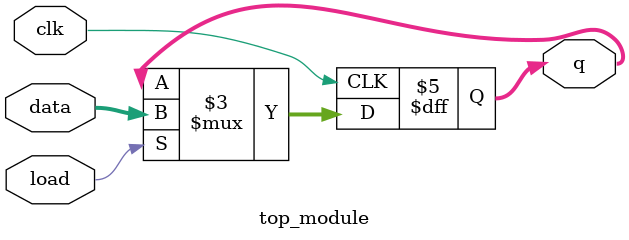
<source format=sv>
module top_module(
	input clk,
	input load,
	input [511:0] data,
	output reg [511:0] q);

always @(posedge clk) begin

	if (load)
		q <= data;
	else begin
		q <= {q[$bits(q)-1:1], q[0]};
	end

end

endmodule

</source>
